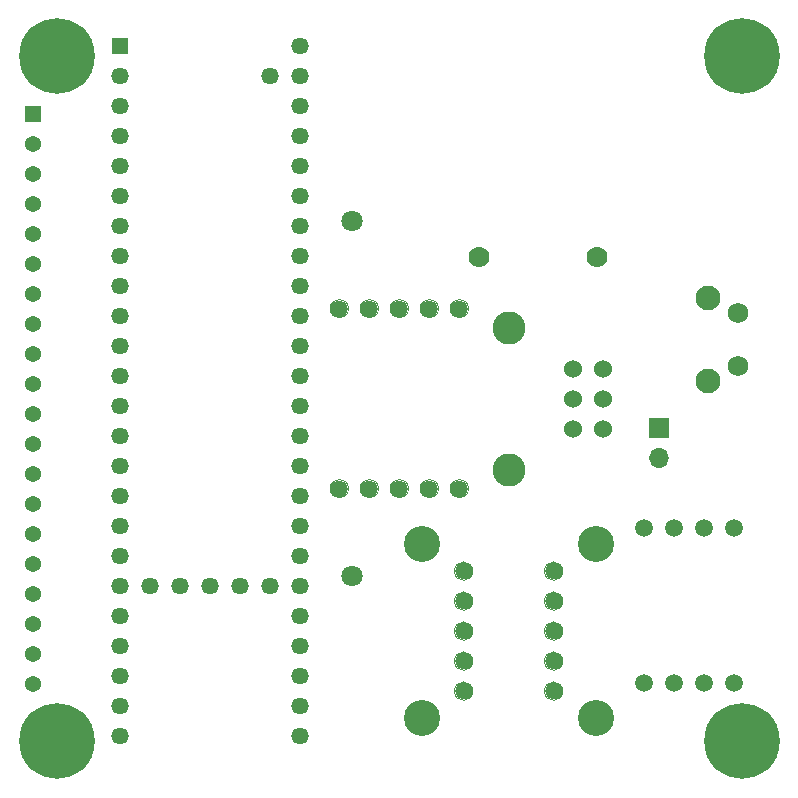
<source format=gbr>
%TF.GenerationSoftware,KiCad,Pcbnew,(5.1.8)-1*%
%TF.CreationDate,2020-11-12T22:30:36-08:00*%
%TF.ProjectId,IRIS-core,49524953-2d63-46f7-9265-2e6b69636164,rev?*%
%TF.SameCoordinates,Original*%
%TF.FileFunction,Soldermask,Bot*%
%TF.FilePolarity,Negative*%
%FSLAX46Y46*%
G04 Gerber Fmt 4.6, Leading zero omitted, Abs format (unit mm)*
G04 Created by KiCad (PCBNEW (5.1.8)-1) date 2020-11-12 22:30:36*
%MOMM*%
%LPD*%
G01*
G04 APERTURE LIST*
%ADD10C,0.100000*%
%ADD11C,0.800000*%
%ADD12C,6.400000*%
%ADD13C,1.370000*%
%ADD14R,1.370000X1.370000*%
%ADD15C,1.500000*%
%ADD16C,1.800000*%
%ADD17C,1.524000*%
%ADD18C,1.460000*%
%ADD19C,3.048000*%
%ADD20C,1.778000*%
%ADD21R,1.460000X1.460000*%
%ADD22O,1.700000X1.700000*%
%ADD23R,1.700000X1.700000*%
%ADD24C,2.100000*%
%ADD25C,1.750000*%
%ADD26C,2.800000*%
G04 APERTURE END LIST*
D10*
%TO.C,U2*%
X33280999Y7620000D02*
G75*
G03*
X33280999Y7620000I-780999J0D01*
G01*
X38360999Y7620000D02*
G75*
G03*
X38360999Y7620000I-780999J0D01*
G01*
X35820999Y7620000D02*
G75*
G03*
X35820999Y7620000I-780999J0D01*
G01*
X30740999Y7620000D02*
G75*
G03*
X30740999Y7620000I-780999J0D01*
G01*
X28200999Y7620000D02*
G75*
G03*
X28200999Y7620000I-780999J0D01*
G01*
X33280999Y-7620000D02*
G75*
G03*
X33280999Y-7620000I-780999J0D01*
G01*
X28200999Y-7620000D02*
G75*
G03*
X28200999Y-7620000I-780999J0D01*
G01*
X30740999Y-7620000D02*
G75*
G03*
X30740999Y-7620000I-780999J0D01*
G01*
X35820999Y-7620000D02*
G75*
G03*
X35820999Y-7620000I-780999J0D01*
G01*
X38360999Y-7620000D02*
G75*
G03*
X38360999Y-7620000I-780999J0D01*
G01*
%TO.C,U5*%
X38720999Y-22225000D02*
G75*
G03*
X38720999Y-22225000I-780999J0D01*
G01*
X38720999Y-19685000D02*
G75*
G03*
X38720999Y-19685000I-780999J0D01*
G01*
X38720999Y-14605000D02*
G75*
G03*
X38720999Y-14605000I-780999J0D01*
G01*
X38720999Y-17145000D02*
G75*
G03*
X38720999Y-17145000I-780999J0D01*
G01*
X38720999Y-24765000D02*
G75*
G03*
X38720999Y-24765000I-780999J0D01*
G01*
X46340999Y-17145000D02*
G75*
G03*
X46340999Y-17145000I-780999J0D01*
G01*
X46340999Y-19685000D02*
G75*
G03*
X46340999Y-19685000I-780999J0D01*
G01*
X46340999Y-24765000D02*
G75*
G03*
X46340999Y-24765000I-780999J0D01*
G01*
X46340999Y-22225000D02*
G75*
G03*
X46340999Y-22225000I-780999J0D01*
G01*
X46340999Y-14605000D02*
G75*
G03*
X46340999Y-14605000I-780999J0D01*
G01*
%TD*%
D11*
%TO.C,J1*%
X5900000Y29000000D03*
D12*
X3500000Y29000000D03*
D11*
X3500000Y26600000D03*
X1802944Y30697056D03*
X1802944Y27302944D03*
X1100000Y29000000D03*
X3500000Y31400000D03*
X5197056Y27302944D03*
X5197056Y30697056D03*
X63900000Y29000000D03*
D12*
X61500000Y29000000D03*
D11*
X61500000Y26600000D03*
X59802944Y30697056D03*
X59802944Y27302944D03*
X59100000Y29000000D03*
X61500000Y31400000D03*
X63197056Y27302944D03*
X63197056Y30697056D03*
X63900000Y-29000000D03*
D12*
X61500000Y-29000000D03*
D11*
X61500000Y-31400000D03*
X59802944Y-27302944D03*
X59802944Y-30697056D03*
X59100000Y-29000000D03*
X61500000Y-26600000D03*
X63197056Y-30697056D03*
X63197056Y-27302944D03*
X5900000Y-29000000D03*
X1802944Y-30697056D03*
D12*
X3500000Y-29000000D03*
D11*
X3500000Y-26600000D03*
X5197056Y-27302944D03*
X1100000Y-29000000D03*
X1802944Y-27302944D03*
X5197056Y-30697056D03*
X3500000Y-31400000D03*
D13*
X1500000Y-13970000D03*
X1500000Y-16510000D03*
X1500000Y-3810000D03*
X1500000Y11430000D03*
X1500000Y8890000D03*
X1500000Y1270000D03*
X1500000Y19050000D03*
X1500000Y-1270000D03*
X1500000Y-11430000D03*
D14*
X1500000Y24130000D03*
D13*
X1500000Y13970000D03*
X1500000Y3810000D03*
X1500000Y-8890000D03*
X1500000Y-19050000D03*
X1500000Y-24130000D03*
X1500000Y-6350000D03*
X1500000Y6350000D03*
X1500000Y-21590000D03*
X1500000Y21590000D03*
X1500000Y16510000D03*
%TD*%
D15*
%TO.C,U6*%
X60810000Y-10960000D03*
X58270000Y-10960000D03*
X55730000Y-10960000D03*
X53190000Y-10960000D03*
X53190000Y-24040000D03*
X55730000Y-24040000D03*
X58270000Y-24040000D03*
X60810000Y-24040000D03*
%TD*%
D16*
%TO.C,J2*%
X28500000Y15000000D03*
X28500000Y-15000000D03*
D17*
X49770000Y-2540000D03*
X47230000Y-2540000D03*
X49770000Y0D03*
X47230000Y0D03*
X49770000Y2540000D03*
X47230000Y2540000D03*
%TD*%
D18*
%TO.C,U2*%
X37580000Y-7620000D03*
X32500000Y-7620000D03*
X27420000Y-7620000D03*
X35040000Y-7620000D03*
X29960000Y-7620000D03*
X27420000Y7620000D03*
X32500000Y7620000D03*
X37580000Y7620000D03*
X29960000Y7620000D03*
X35040000Y7620000D03*
%TD*%
%TO.C,U5*%
X37940000Y-24765000D03*
X37940000Y-17145000D03*
X37940000Y-22225000D03*
X37940000Y-19685000D03*
X37940000Y-14605000D03*
X45560000Y-14605000D03*
X45560000Y-22225000D03*
X45560000Y-17145000D03*
X45560000Y-19685000D03*
X45560000Y-24765000D03*
D19*
X34384000Y-12319000D03*
X34384000Y-27051000D03*
X49116000Y-27051000D03*
X49116000Y-12319000D03*
%TD*%
D20*
%TO.C,BT1*%
X39267800Y12000000D03*
X49250000Y12000000D03*
%TD*%
D18*
%TO.C,U1*%
X21590000Y-15875000D03*
X19050000Y-15875000D03*
X16510000Y-15875000D03*
X13970000Y-15875000D03*
X11430000Y-15875000D03*
X8890000Y-10795000D03*
X8890000Y-13335000D03*
X8890000Y-15875000D03*
X8890000Y-18415000D03*
X8890000Y-8255000D03*
X8890000Y-5715000D03*
X8890000Y-3175000D03*
X8890000Y-20955000D03*
X8890000Y-23495000D03*
X8890000Y-26035000D03*
X8890000Y-28575000D03*
X24130000Y-28575000D03*
X24130000Y-26035000D03*
X24130000Y-23495000D03*
X24130000Y-20955000D03*
X24130000Y-18415000D03*
X24130000Y-15875000D03*
X24130000Y-13335000D03*
X24130000Y-10795000D03*
X24130000Y-8255000D03*
X24130000Y-5715000D03*
X8890000Y-635000D03*
X8890000Y1905000D03*
X8890000Y4445000D03*
X8890000Y6985000D03*
X8890000Y9525000D03*
X8890000Y12065000D03*
X8890000Y14605000D03*
X8890000Y17145000D03*
X8890000Y19685000D03*
X8890000Y22225000D03*
X8890000Y24765000D03*
X8890000Y27305000D03*
D21*
X8890000Y29845000D03*
D18*
X24130000Y-3175000D03*
X24130000Y-635000D03*
X24130000Y1905000D03*
X24130000Y4445000D03*
X24130000Y6985000D03*
X24130000Y9525000D03*
X24130000Y12065000D03*
X24130000Y14605000D03*
X24130000Y17145000D03*
X24130000Y19685000D03*
X24130000Y22225000D03*
X24130000Y24765000D03*
X24130000Y27305000D03*
X24130000Y29845000D03*
X21590000Y27305000D03*
%TD*%
D22*
%TO.C,JP2*%
X54500000Y-5040000D03*
D23*
X54500000Y-2500000D03*
%TD*%
D24*
%TO.C,SW1*%
X58660000Y1490000D03*
D25*
X61150000Y2750000D03*
X61150000Y7250000D03*
D24*
X58660000Y8500000D03*
%TD*%
D26*
%TO.C,TP1*%
X41750000Y6000000D03*
%TD*%
%TO.C,TP2*%
X41750000Y-6000000D03*
%TD*%
M02*

</source>
